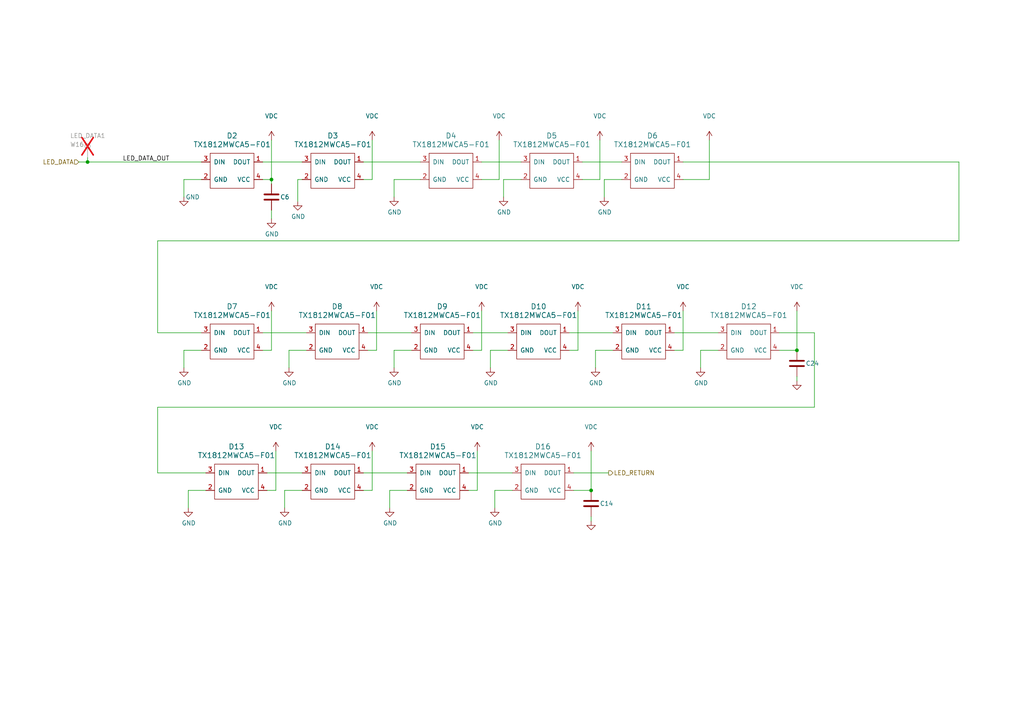
<source format=kicad_sch>
(kicad_sch (version 20250114) (generator "eeschema") (generator_version "9.0")
  (paper "A4")
  (title_block (title "Pixels D20 Schematic, LEDs") (date "2020-04-13") (rev "2") (company "Systemic Games, LLC"))
  (lib_symbols
    (symbol "Device:C" (pin_numbers (hide yes)) (pin_names (offset 0.254))
      (property "Reference" "C" (at 0.635 2.54 0))
      (property "Value" "C" (at 0.635 -2.54 0))
      (symbol "C_0_1"
        (polyline (pts (xy -2.032 0.762) (xy 2.032 0.762)) (stroke (width 0.508)))
        (polyline (pts (xy -2.032 -0.762) (xy 2.032 -0.762)) (stroke (width 0.508)))
      )
      (symbol "C_1_1"
        (pin passive line (at 0 3.81 270) (length 2.794) (name "~") (number "1"))
        (pin passive line (at 0 -3.81 90) (length 2.794) (name "~") (number "2"))
      )
    )
    (symbol "Pixels-dice:TEST_1P-conn" (pin_numbers (hide yes)) (pin_names (offset 0.762) (hide yes))
      (property "Reference" "W" (at 0 6.858 0))
      (property "Value" "TEST_1P-conn" (at 0 5.08 0))
      (symbol "TEST_1P-conn_0_1"
        (circle (center 0 3.302) (radius 0.762))
      )
      (symbol "TEST_1P-conn_1_1"
        (pin passive line (at 0 0 90) (length 2.54) (name "1") (number "1"))
      )
    )
    (symbol "Pixels-dice:TX1812MJA5" (pin_names (offset 1.016))
      (property "Reference" "D" (at 0 -6.35 0))
      (property "Value" "TX1812MJA5" (at 0 6.35 0))
      (symbol "TX1812MJA5_0_1"
        (rectangle (start -6.35 5.08) (end 6.35 -5.08))
      )
      (symbol "TX1812MJA5_1_1"
        (pin input line (at -8.89 2.54 0) (length 2.54) (name "DIN") (number "3"))
        (pin power_in line (at -8.89 -2.54 0) (length 2.54) (name "GND") (number "2"))
        (pin output line (at 8.89 2.54 180) (length 2.54) (name "DOUT") (number "1"))
        (pin power_in line (at 8.89 -2.54 180) (length 2.54) (name "VCC") (number "4"))
      )
    )
    (symbol "power:GND" (power) (pin_names (offset 0))
      (property "Value" "GND" (at 0 -3.81 0))
      (symbol "GND_0_1"
        (polyline (pts (xy 0 0) (xy 0 -1.27) (xy 1.27 -1.27) (xy 0 -2.54) (xy -1.27 -1.27) (xy 0 -1.27)))
      )
      (symbol "GND_1_1"
        (pin power_in line (at 0 0 270) (length 0) (hide yes) (name "GND") (number "1"))
      )
    )
    (symbol "power:VDC" (power) (pin_names (offset 0))
      (property "Value" "VDC" (at 0 6.35 0))
      (symbol "VDC_0_1"
        (polyline (pts (xy -0.762 1.27) (xy 0 2.54)))
        (polyline (pts (xy 0 2.54) (xy 0.762 1.27)))
        (polyline (pts (xy 0 0) (xy 0 2.54)))
      )
      (symbol "VDC_1_1"
        (pin power_in line (at 0 0 90) (length 0) (hide yes) (name "VDC") (number "1"))
      )
    )
  )
  (junction (at 25.4 46.99))
  (junction (at 231.14 101.6))
  (junction (at 78.74 52.07))
  (junction (at 171.45 142.24))
  (wire (pts (xy 168.91 46.99) (xy 180.34 46.99)))
  (wire (pts (xy 171.45 130.81) (xy 171.45 142.24)))
  (wire (pts (xy 135.89 137.16) (xy 148.59 137.16)))
  (wire (pts (xy 105.41 52.07) (xy 107.95 52.07)))
  (wire (pts (xy 105.41 46.99) (xy 121.92 46.99)))
  (wire (pts (xy 58.42 96.52) (xy 45.72 96.52)))
  (wire (pts (xy 278.13 69.85) (xy 45.72 69.85)))
  (wire (pts (xy 53.34 52.07) (xy 53.34 57.15)))
  (wire (pts (xy 45.72 118.11) (xy 45.72 137.16)))
  (wire (pts (xy 165.1 96.52) (xy 177.8 96.52)))
  (wire (pts (xy 76.2 96.52) (xy 88.9 96.52)))
  (wire (pts (xy 278.13 46.99) (xy 278.13 69.85)))
  (wire (pts (xy 175.26 52.07) (xy 175.26 57.15)))
  (wire (pts (xy 231.14 109.22) (xy 231.14 110.49)))
  (wire (pts (xy 165.1 101.6) (xy 167.64 101.6)))
  (wire (pts (xy 45.72 137.16) (xy 59.69 137.16)))
  (wire (pts (xy 167.64 90.17) (xy 167.64 101.6)))
  (wire (pts (xy 205.74 40.64) (xy 205.74 52.07)))
  (wire (pts (xy 53.34 106.68) (xy 53.34 101.6)))
  (wire (pts (xy 78.74 90.17) (xy 78.74 101.6)))
  (wire (pts (xy 168.91 52.07) (xy 173.99 52.07)))
  (wire (pts (xy 114.3 52.07) (xy 114.3 57.15)))
  (wire (pts (xy 236.22 96.52) (xy 236.22 118.11)))
  (wire (pts (xy 106.68 101.6) (xy 109.22 101.6)))
  (wire (pts (xy 171.45 149.86) (xy 171.45 151.13)))
  (wire (pts (xy 172.72 106.68) (xy 172.72 101.6)))
  (wire (pts (xy 203.2 101.6) (xy 208.28 101.6)))
  (wire (pts (xy 198.12 52.07) (xy 205.74 52.07)))
  (wire (pts (xy 114.3 101.6) (xy 119.38 101.6)))
  (wire (pts (xy 113.03 142.24) (xy 118.11 142.24)))
  (wire (pts (xy 25.4 45.72) (xy 25.4 46.99)))
  (wire (pts (xy 76.2 101.6) (xy 78.74 101.6)))
  (wire (pts (xy 203.2 106.68) (xy 203.2 101.6)))
  (wire (pts (xy 226.06 101.6) (xy 231.14 101.6)))
  (wire (pts (xy 82.55 142.24) (xy 82.55 147.32)))
  (wire (pts (xy 53.34 52.07) (xy 58.42 52.07)))
  (wire (pts (xy 105.41 137.16) (xy 118.11 137.16)))
  (wire (pts (xy 54.61 142.24) (xy 59.69 142.24)))
  (wire (pts (xy 114.3 106.68) (xy 114.3 101.6)))
  (wire (pts (xy 45.72 69.85) (xy 45.72 96.52)))
  (wire (pts (xy 80.01 130.81) (xy 80.01 142.24)))
  (wire (pts (xy 77.47 142.24) (xy 80.01 142.24)))
  (wire (pts (xy 77.47 137.16) (xy 87.63 137.16)))
  (wire (pts (xy 195.58 96.52) (xy 208.28 96.52)))
  (wire (pts (xy 76.2 46.99) (xy 87.63 46.99)))
  (wire (pts (xy 139.7 52.07) (xy 144.78 52.07)))
  (wire (pts (xy 139.7 90.17) (xy 139.7 101.6)))
  (wire (pts (xy 109.22 90.17) (xy 109.22 101.6)))
  (wire (pts (xy 83.82 101.6) (xy 88.9 101.6)))
  (wire (pts (xy 105.41 142.24) (xy 107.95 142.24)))
  (wire (pts (xy 147.32 101.6) (xy 142.24 101.6)))
  (wire (pts (xy 25.4 46.99) (xy 58.42 46.99)))
  (wire (pts (xy 113.03 147.32) (xy 113.03 142.24)))
  (wire (pts (xy 135.89 142.24) (xy 138.43 142.24)))
  (wire (pts (xy 146.05 57.15) (xy 146.05 52.07)))
  (wire (pts (xy 107.95 40.64) (xy 107.95 52.07)))
  (wire (pts (xy 144.78 40.64) (xy 144.78 52.07)))
  (wire (pts (xy 137.16 101.6) (xy 139.7 101.6)))
  (wire (pts (xy 139.7 46.99) (xy 151.13 46.99)))
  (wire (pts (xy 86.36 52.07) (xy 87.63 52.07)))
  (wire (pts (xy 137.16 96.52) (xy 147.32 96.52)))
  (wire (pts (xy 106.68 96.52) (xy 119.38 96.52)))
  (wire (pts (xy 166.37 137.16) (xy 176.53 137.16)))
  (wire (pts (xy 114.3 52.07) (xy 121.92 52.07)))
  (wire (pts (xy 172.72 101.6) (xy 177.8 101.6)))
  (wire (pts (xy 175.26 52.07) (xy 180.34 52.07)))
  (wire (pts (xy 146.05 52.07) (xy 151.13 52.07)))
  (wire (pts (xy 78.74 63.5) (xy 78.74 60.96)))
  (wire (pts (xy 166.37 142.24) (xy 171.45 142.24)))
  (wire (pts (xy 22.86 46.99) (xy 25.4 46.99)))
  (wire (pts (xy 226.06 96.52) (xy 236.22 96.52)))
  (wire (pts (xy 76.2 52.07) (xy 78.74 52.07)))
  (wire (pts (xy 82.55 142.24) (xy 87.63 142.24)))
  (wire (pts (xy 173.99 40.64) (xy 173.99 52.07)))
  (wire (pts (xy 138.43 130.81) (xy 138.43 142.24)))
  (wire (pts (xy 78.74 52.07) (xy 78.74 53.34)))
  (wire (pts (xy 78.74 40.64) (xy 78.74 52.07)))
  (wire (pts (xy 198.12 90.17) (xy 198.12 101.6)))
  (wire (pts (xy 198.12 46.99) (xy 278.13 46.99)))
  (wire (pts (xy 195.58 101.6) (xy 198.12 101.6)))
  (wire (pts (xy 143.51 147.32) (xy 143.51 142.24)))
  (wire (pts (xy 231.14 90.17) (xy 231.14 101.6)))
  (wire (pts (xy 54.61 147.32) (xy 54.61 142.24)))
  (wire (pts (xy 142.24 101.6) (xy 142.24 106.68)))
  (wire (pts (xy 143.51 142.24) (xy 148.59 142.24)))
  (wire (pts (xy 86.36 58.42) (xy 86.36 52.07)))
  (wire (pts (xy 236.22 118.11) (xy 45.72 118.11)))
  (wire (pts (xy 107.95 130.81) (xy 107.95 142.24)))
  (wire (pts (xy 83.82 106.68) (xy 83.82 101.6)))
  (wire (pts (xy 53.34 101.6) (xy 58.42 101.6)))
  (label "LED_DATA_OUT" (at 35.56 46.99 0))
  (hierarchical_label "LED_DATA" (shape input) (at 22.86 46.99 180))
  (hierarchical_label "LED_RETURN" (shape output) (at 176.53 137.16 0))
  (symbol (lib_id "Pixels-dice:TEST_1P-conn") (at 25.4 45.72 0) (unit 1) (in_bom no) (dnp yes)
    (property "Reference" "W16" (at 20.32 41.91 0) (effects (justify left)))
    (property "Value" "LED_DATA1" (at 20.32 39.37 0) (effects (justify left)))
    (property "Footprint" "Pixels-dice:TEST_PIN" (effects (hide yes)))
    (property "Generic OK" "N/A" (effects (hide yes)))
  )
  (symbol (lib_id "power:VDC") (at 78.74 40.64 0) (unit 1)
    (property "Reference" "#PWR029" (effects (hide yes)))
    (property "Value" "VDC" (at 78.74 33.655 0))
  )
  (symbol (lib_id "power:VDC") (at 107.95 40.64 0) (unit 1)
    (property "Reference" "#PWR0102" (effects (hide yes)))
    (property "Value" "VDC" (at 107.95 33.655 0))
  )
  (symbol (lib_id "power:GND") (at 53.34 57.15 0) (unit 1)
    (property "Reference" "#PWR027" (effects (hide yes)))
    (property "Value" "GND" (at 55.88 57.15 0))
  )
  (symbol (lib_id "power:GND") (at 86.36 58.42 0) (unit 1)
    (property "Reference" "#PWR033" (effects (hide yes)))
    (property "Value" "GND" (at 86.487 62.8142 0))
  )
  (symbol (lib_id "power:VDC") (at 144.78 40.64 0) (unit 1)
    (property "Reference" "#PWR040" (effects (hide yes)))
    (property "Value" "VDC" (at 144.78 33.655 0))
  )
  (symbol (lib_id "power:VDC") (at 173.99 40.64 0) (unit 1)
    (property "Reference" "#PWR0103" (effects (hide yes)))
    (property "Value" "VDC" (at 173.99 33.655 0))
  )
  (symbol (lib_id "power:GND") (at 114.3 57.15 0) (unit 1)
    (property "Reference" "#PWR0105" (effects (hide yes)))
    (property "Value" "GND" (at 114.427 61.5442 0))
  )
  (symbol (lib_id "power:GND") (at 146.05 57.15 0) (unit 1)
    (property "Reference" "#PWR041" (effects (hide yes)))
    (property "Value" "GND" (at 146.177 61.5442 0))
  )
  (symbol (lib_id "power:VDC") (at 205.74 40.64 0) (unit 1)
    (property "Reference" "#PWR0104" (effects (hide yes)))
    (property "Value" "VDC" (at 205.74 33.655 0))
  )
  (symbol (lib_id "power:VDC") (at 139.7 90.17 0) (unit 1)
    (property "Reference" "#PWR038" (effects (hide yes)))
    (property "Value" "VDC" (at 139.7 83.185 0))
  )
  (symbol (lib_id "power:GND") (at 53.34 106.68 0) (unit 1)
    (property "Reference" "#PWR028" (effects (hide yes)))
    (property "Value" "GND" (at 53.467 111.0742 0))
  )
  (symbol (lib_id "power:GND") (at 175.26 57.15 0) (unit 1)
    (property "Reference" "#PWR043" (effects (hide yes)))
    (property "Value" "GND" (at 175.387 61.5442 0))
  )
  (symbol (lib_id "Device:C") (at 231.14 105.41 0) (unit 1)
    (property "Reference" "C24" (at 233.68 105.41 0) (effects (justify left)))
    (property "Value" "0.1uF 10V 20%" (effects (hide yes)))
    (property "Footprint" "Capacitor_SMD:C_0201_0603Metric" (effects (hide yes)))
    (property "Generic OK" "YES" (effects (hide yes)))
    (property "Pixels Part Number" "SMD-C005" (effects (hide yes)))
    (property "Manufacturer" "HRE" (effects (hide yes)))
    (property "LCSC Part #" "C6119757" (effects (hide yes)))
    (property "Part Number" "CGA0201X5R104K100ET" (effects (hide yes)))
  )
  (symbol (lib_id "power:GND") (at 231.14 110.49 0) (unit 1)
    (property "Reference" "#PWR039" (effects (hide yes)))
    (property "Value" "GND" (effects (hide yes)))
  )
  (symbol (lib_id "Pixels-dice:TX1812MJA5") (at 157.48 139.7 0) (unit 1)
    (property "Reference" "D16" (at 157.48 129.54 0) (effects (font (size 1.524 1.524))))
    (property "Value" "TX1812MWCA5-F01" (at 157.48 132.08 0) (effects (font (size 1.524 1.524))))
    (property "Footprint" "Pixels-dice:TX1812MWCA5-F01" (effects (hide yes)))
    (property "Manufacturer" "TCWIN" (effects (hide yes)))
    (property "Part Number" "TX1812MWCA5-F01" (effects (hide yes)))
  )
  (symbol (lib_id "Pixels-dice:TX1812MJA5") (at 128.27 99.06 0) (unit 1)
    (property "Reference" "D9" (at 128.27 88.9 0) (effects (font (size 1.524 1.524))))
    (property "Value" "TX1812MWCA5-F01" (at 128.27 91.44 0) (effects (font (size 1.524 1.524))))
    (property "Footprint" "Pixels-dice:TX1812MWCA5-F01" (effects (hide yes)))
    (property "Manufacturer" "TCWIN" (effects (hide yes)))
    (property "Part Number" "TX1812MWCA5-F01" (effects (hide yes)))
  )
  (symbol (lib_id "power:GND") (at 82.55 147.32 0) (unit 1)
    (property "Reference" "#PWR066" (effects (hide yes)))
    (property "Value" "GND" (at 82.677 151.7142 0))
  )
  (symbol (lib_id "Pixels-dice:TX1812MJA5") (at 96.52 49.53 0) (unit 1)
    (property "Reference" "D3" (at 96.52 39.37 0) (effects (font (size 1.524 1.524))))
    (property "Value" "TX1812MWCA5-F01" (at 96.52 41.91 0) (effects (font (size 1.524 1.524))))
    (property "Footprint" "Pixels-dice:TX1812MWCA5-F01" (effects (hide yes)))
    (property "Manufacturer" "TCWIN" (effects (hide yes)))
    (property "Part Number" "TX1812MWCA5-F01" (effects (hide yes)))
  )
  (symbol (lib_id "power:GND") (at 113.03 147.32 0) (unit 1)
    (property "Reference" "#PWR068" (effects (hide yes)))
    (property "Value" "GND" (at 113.157 151.7142 0))
  )
  (symbol (lib_id "power:VDC") (at 167.64 90.17 0) (unit 1)
    (property "Reference" "#PWR023" (effects (hide yes)))
    (property "Value" "VDC" (at 167.64 83.185 0))
  )
  (symbol (lib_id "power:GND") (at 171.45 151.13 0) (unit 1)
    (property "Reference" "#PWR072" (effects (hide yes)))
    (property "Value" "GND" (effects (hide yes)))
  )
  (symbol (lib_id "power:VDC") (at 109.22 90.17 0) (unit 1)
    (property "Reference" "#PWR0106" (effects (hide yes)))
    (property "Value" "VDC" (at 109.22 83.185 0))
  )
  (symbol (lib_id "Device:C") (at 78.74 57.15 0) (unit 1)
    (property "Reference" "C6" (at 81.28 57.15 0) (effects (justify left)))
    (property "Value" "0.1uF 10V 20%" (effects (hide yes)))
    (property "Footprint" "Capacitor_SMD:C_0201_0603Metric" (effects (hide yes)))
    (property "Generic OK" "YES" (effects (hide yes)))
    (property "Pixels Part Number" "SMD-C005" (effects (hide yes)))
    (property "Manufacturer" "HRE" (effects (hide yes)))
    (property "LCSC Part #" "C6119757" (effects (hide yes)))
    (property "Part Number" "CGA0201X5R104K100ET" (effects (hide yes)))
  )
  (symbol (lib_id "Pixels-dice:TX1812MJA5") (at 67.31 49.53 0) (unit 1)
    (property "Reference" "D2" (at 67.31 39.37 0) (effects (font (size 1.524 1.524))))
    (property "Value" "TX1812MWCA5-F01" (at 67.31 41.91 0) (effects (font (size 1.524 1.524))))
    (property "Footprint" "Pixels-dice:TX1812MWCA5-F01" (effects (hide yes)))
    (property "Manufacturer" "TCWIN" (effects (hide yes)))
    (property "Part Number" "TX1812MWCA5-F01" (effects (hide yes)))
  )
  (symbol (lib_id "power:GND") (at 83.82 106.68 0) (unit 1)
    (property "Reference" "#PWR032" (effects (hide yes)))
    (property "Value" "GND" (at 83.947 111.0742 0))
  )
  (symbol (lib_id "power:VDC") (at 171.45 130.81 0) (unit 1)
    (property "Reference" "#PWR071" (effects (hide yes)))
    (property "Value" "VDC" (at 171.45 123.825 0))
  )
  (symbol (lib_id "Pixels-dice:TX1812MJA5") (at 96.52 139.7 0) (unit 1)
    (property "Reference" "D14" (at 96.52 129.54 0) (effects (font (size 1.524 1.524))))
    (property "Value" "TX1812MWCA5-F01" (at 96.52 132.08 0) (effects (font (size 1.524 1.524))))
    (property "Footprint" "Pixels-dice:TX1812MWCA5-F01" (effects (hide yes)))
    (property "Manufacturer" "TCWIN" (effects (hide yes)))
    (property "Part Number" "TX1812MWCA5-F01" (effects (hide yes)))
  )
  (symbol (lib_id "Pixels-dice:TX1812MJA5") (at 130.81 49.53 0) (unit 1)
    (property "Reference" "D4" (at 130.81 39.37 0) (effects (font (size 1.524 1.524))))
    (property "Value" "TX1812MWCA5-F01" (at 130.81 41.91 0) (effects (font (size 1.524 1.524))))
    (property "Footprint" "Pixels-dice:TX1812MWCA5-F01" (effects (hide yes)))
    (property "Manufacturer" "TCWIN" (effects (hide yes)))
    (property "Part Number" "TX1812MWCA5-F01" (effects (hide yes)))
  )
  (symbol (lib_id "power:VDC") (at 78.74 90.17 0) (unit 1)
    (property "Reference" "#PWR031" (effects (hide yes)))
    (property "Value" "VDC" (at 78.74 83.185 0))
  )
  (symbol (lib_id "power:GND") (at 114.3 106.68 0) (unit 1)
    (property "Reference" "#PWR037" (effects (hide yes)))
    (property "Value" "GND" (at 114.427 111.0742 0))
  )
  (symbol (lib_id "Pixels-dice:TX1812MJA5") (at 67.31 99.06 0) (unit 1)
    (property "Reference" "D7" (at 67.31 88.9 0) (effects (font (size 1.524 1.524))))
    (property "Value" "TX1812MWCA5-F01" (at 67.31 91.44 0) (effects (font (size 1.524 1.524))))
    (property "Footprint" "Pixels-dice:TX1812MWCA5-F01" (effects (hide yes)))
    (property "Manufacturer" "TCWIN" (effects (hide yes)))
    (property "Part Number" "TX1812MWCA5-F01" (effects (hide yes)))
  )
  (symbol (lib_id "Pixels-dice:TX1812MJA5") (at 97.79 99.06 0) (unit 1)
    (property "Reference" "D8" (at 97.79 88.9 0) (effects (font (size 1.524 1.524))))
    (property "Value" "TX1812MWCA5-F01" (at 97.79 91.44 0) (effects (font (size 1.524 1.524))))
    (property "Footprint" "Pixels-dice:TX1812MWCA5-F01" (effects (hide yes)))
    (property "Manufacturer" "TCWIN" (effects (hide yes)))
    (property "Part Number" "TX1812MWCA5-F01" (effects (hide yes)))
  )
  (symbol (lib_id "power:VDC") (at 138.43 130.81 0) (unit 1)
    (property "Reference" "#PWR069" (effects (hide yes)))
    (property "Value" "VDC" (at 138.43 123.825 0))
  )
  (symbol (lib_id "power:VDC") (at 198.12 90.17 0) (unit 1)
    (property "Reference" "#PWR054" (effects (hide yes)))
    (property "Value" "VDC" (at 198.12 83.185 0))
  )
  (symbol (lib_id "Pixels-dice:TX1812MJA5") (at 68.58 139.7 0) (unit 1)
    (property "Reference" "D13" (at 68.58 129.54 0) (effects (font (size 1.524 1.524))))
    (property "Value" "TX1812MWCA5-F01" (at 68.58 132.08 0) (effects (font (size 1.524 1.524))))
    (property "Footprint" "Pixels-dice:TX1812MWCA5-F01" (effects (hide yes)))
    (property "Manufacturer" "TCWIN" (effects (hide yes)))
    (property "Part Number" "TX1812MWCA5-F01" (effects (hide yes)))
  )
  (symbol (lib_id "power:GND") (at 78.74 63.5 0) (unit 1)
    (property "Reference" "#PWR0101" (effects (hide yes)))
    (property "Value" "GND" (at 78.867 67.8942 0))
  )
  (symbol (lib_id "power:GND") (at 203.2 106.68 0) (unit 1)
    (property "Reference" "#PWR055" (effects (hide yes)))
    (property "Value" "GND" (at 203.327 111.0742 0))
  )
  (symbol (lib_id "power:GND") (at 172.72 106.68 0) (unit 1)
    (property "Reference" "#PWR053" (effects (hide yes)))
    (property "Value" "GND" (at 172.847 111.0742 0))
  )
  (symbol (lib_id "Device:C") (at 171.45 146.05 0) (unit 1)
    (property "Reference" "C14" (at 173.99 146.05 0) (effects (justify left)))
    (property "Value" "0.1uF 10V 20%" (effects (hide yes)))
    (property "Footprint" "Capacitor_SMD:C_0201_0603Metric" (effects (hide yes)))
    (property "Generic OK" "YES" (effects (hide yes)))
    (property "Pixels Part Number" "SMD-C005" (effects (hide yes)))
    (property "Manufacturer" "HRE" (effects (hide yes)))
    (property "LCSC Part #" "C6119757" (effects (hide yes)))
    (property "Part Number" "CGA0201X5R104K100ET" (effects (hide yes)))
  )
  (symbol (lib_id "Pixels-dice:TX1812MJA5") (at 160.02 49.53 0) (unit 1)
    (property "Reference" "D5" (at 160.02 39.37 0) (effects (font (size 1.524 1.524))))
    (property "Value" "TX1812MWCA5-F01" (at 160.02 41.91 0) (effects (font (size 1.524 1.524))))
    (property "Footprint" "Pixels-dice:TX1812MWCA5-F01" (effects (hide yes)))
    (property "Manufacturer" "TCWIN" (effects (hide yes)))
    (property "Part Number" "TX1812MWCA5-F01" (effects (hide yes)))
  )
  (symbol (lib_id "Pixels-dice:TX1812MJA5") (at 189.23 49.53 0) (unit 1)
    (property "Reference" "D6" (at 189.23 39.37 0) (effects (font (size 1.524 1.524))))
    (property "Value" "TX1812MWCA5-F01" (at 189.23 41.91 0) (effects (font (size 1.524 1.524))))
    (property "Footprint" "Pixels-dice:TX1812MWCA5-F01" (effects (hide yes)))
    (property "Manufacturer" "TCWIN" (effects (hide yes)))
    (property "Part Number" "TX1812MWCA5-F01" (effects (hide yes)))
  )
  (symbol (lib_id "power:GND") (at 54.61 147.32 0) (unit 1)
    (property "Reference" "#PWR064" (effects (hide yes)))
    (property "Value" "GND" (at 54.737 151.7142 0))
  )
  (symbol (lib_id "power:VDC") (at 231.14 90.17 0) (unit 1)
    (property "Reference" "#PWR063" (effects (hide yes)))
    (property "Value" "VDC" (at 231.14 83.185 0))
  )
  (symbol (lib_id "Pixels-dice:TX1812MJA5") (at 127 139.7 0) (unit 1)
    (property "Reference" "D15" (at 127 129.54 0) (effects (font (size 1.524 1.524))))
    (property "Value" "TX1812MWCA5-F01" (at 127 132.08 0) (effects (font (size 1.524 1.524))))
    (property "Footprint" "Pixels-dice:TX1812MWCA5-F01" (effects (hide yes)))
    (property "Manufacturer" "TCWIN" (effects (hide yes)))
    (property "Part Number" "TX1812MWCA5-F01" (effects (hide yes)))
  )
  (symbol (lib_id "power:VDC") (at 80.01 130.81 0) (unit 1)
    (property "Reference" "#PWR065" (effects (hide yes)))
    (property "Value" "VDC" (at 80.01 123.825 0))
  )
  (symbol (lib_id "power:GND") (at 143.51 147.32 0) (unit 1)
    (property "Reference" "#PWR070" (effects (hide yes)))
    (property "Value" "GND" (at 143.637 151.7142 0))
  )
  (symbol (lib_id "power:VDC") (at 107.95 130.81 0) (unit 1)
    (property "Reference" "#PWR067" (effects (hide yes)))
    (property "Value" "VDC" (at 107.95 123.825 0))
  )
  (symbol (lib_id "power:GND") (at 142.24 106.68 0) (unit 1)
    (property "Reference" "#PWR021" (effects (hide yes)))
    (property "Value" "GND" (at 142.367 111.0742 0))
  )
  (symbol (lib_id "Pixels-dice:TX1812MJA5") (at 217.17 99.06 0) (unit 1)
    (property "Reference" "D12" (at 217.17 88.9 0) (effects (font (size 1.524 1.524))))
    (property "Value" "TX1812MWCA5-F01" (at 217.17 91.44 0) (effects (font (size 1.524 1.524))))
    (property "Footprint" "Pixels-dice:TX1812MWCA5-F01" (effects (hide yes)))
    (property "Manufacturer" "TCWIN" (effects (hide yes)))
    (property "Part Number" "TX1812MWCA5-F01" (effects (hide yes)))
  )
  (symbol (lib_id "Pixels-dice:TX1812MJA5") (at 156.21 99.06 0) (unit 1)
    (property "Reference" "D10" (at 156.21 88.9 0) (effects (font (size 1.524 1.524))))
    (property "Value" "TX1812MWCA5-F01" (at 156.21 91.44 0) (effects (font (size 1.524 1.524))))
    (property "Footprint" "Pixels-dice:TX1812MWCA5-F01" (effects (hide yes)))
    (property "Manufacturer" "TCWIN" (effects (hide yes)))
    (property "Part Number" "TX1812MWCA5-F01" (effects (hide yes)))
  )
  (symbol (lib_id "Pixels-dice:TX1812MJA5") (at 186.69 99.06 0) (unit 1)
    (property "Reference" "D11" (at 186.69 88.9 0) (effects (font (size 1.524 1.524))))
    (property "Value" "TX1812MWCA5-F01" (at 186.69 91.44 0) (effects (font (size 1.524 1.524))))
    (property "Footprint" "Pixels-dice:TX1812MWCA5-F01" (effects (hide yes)))
    (property "Manufacturer" "TCWIN" (effects (hide yes)))
    (property "Part Number" "TX1812MWCA5-F01" (effects (hide yes)))
  )
)
</source>
